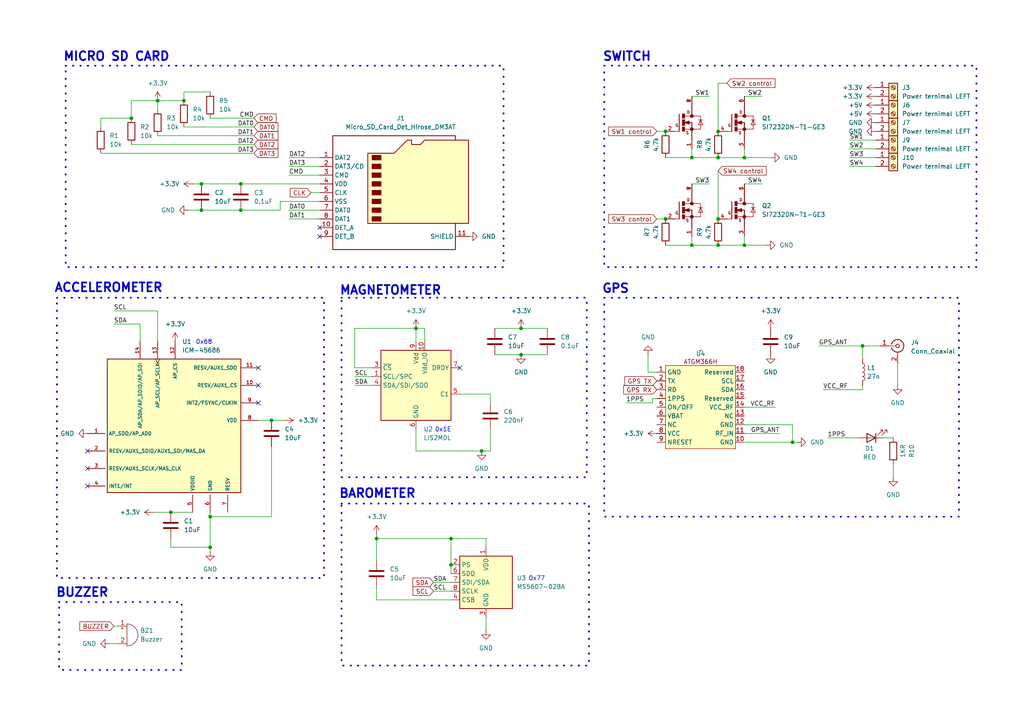
<source format=kicad_sch>
(kicad_sch (version 20250114) (generator "eeschema") (generator_version "9.0")
  (paper "A4")
  (lib_symbols
    (symbol "Connector:Conn_Coaxial" (pin_names (offset 1.016) (hide yes))
      (property "Reference" "J" (at 0.254 3.048 0))
      (property "Value" "Conn_Coaxial" (at 2.921 0 90))
      (symbol "Conn_Coaxial_1_1"
        (pin passive line (at -5.08 0 0) (length 2.54) (name "In") (number "1"))
        (pin passive line (at 0 -5.08 90) (length 2.54) (name "Ext") (number "2"))
      )
    )
    (symbol "Connector:Micro_SD_Card_Det_Hirose_DM3AT"
      (property "Reference" "J" (at -16.51 17.78 0))
      (property "Value" "Micro_SD_Card_Det_Hirose_DM3AT" (at 16.51 17.78 0))
      (symbol "Micro_SD_Card_Det_Hirose_DM3AT_1_1"
        (pin bidirectional line (at -22.86 10.16 0) (length 3.81) (name "DAT2") (number "1"))
        (pin bidirectional line (at -22.86 7.62 0) (length 3.81) (name "DAT3/CD") (number "2"))
        (pin input line (at -22.86 5.08 0) (length 3.81) (name "CMD") (number "3"))
        (pin power_in line (at -22.86 2.54 0) (length 3.81) (name "VDD") (number "4"))
        (pin input line (at -22.86 0 0) (length 3.81) (name "CLK") (number "5"))
        (pin power_in line (at -22.86 -2.54 0) (length 3.81) (name "VSS") (number "6"))
        (pin bidirectional line (at -22.86 -5.08 0) (length 3.81) (name "DAT0") (number "7"))
        (pin bidirectional line (at -22.86 -7.62 0) (length 3.81) (name "DAT1") (number "8"))
        (pin passive line (at -22.86 -10.16 0) (length 3.81) (name "DET_A") (number "10"))
        (pin passive line (at -22.86 -12.7 0) (length 3.81) (name "DET_B") (number "9"))
        (pin passive line (at 20.32 -12.7 180) (length 3.81) (name "SHIELD") (number "11"))
      )
    )
    (symbol "Connector:Screw_Terminal_01x02" (pin_names (offset 1.016) (hide yes))
      (property "Reference" "J" (at 0 2.54 0))
      (property "Value" "Screw_Terminal_01x02" (at 0 -5.08 0))
      (symbol "Screw_Terminal_01x02_1_1"
        (pin passive line (at -5.08 0 0) (length 3.81) (name "Pin_1") (number "1"))
        (pin passive line (at -5.08 -2.54 0) (length 3.81) (name "Pin_2") (number "2"))
      )
    )
    (symbol "Device:Buzzer" (pin_names (offset 0.0254) (hide yes))
      (property "Reference" "BZ" (at 3.81 1.27 0))
      (property "Value" "Buzzer" (at 3.81 -1.27 0))
      (symbol "Buzzer_1_1"
        (pin passive line (at -2.54 2.54 0) (length 2.54) (name "+") (number "1"))
        (pin passive line (at -2.54 -2.54 0) (length 2.54) (name "-") (number "2"))
      )
    )
    (symbol "Device:C" (pin_numbers (hide yes)) (pin_names (offset 0.254))
      (property "Reference" "C" (at 0.635 2.54 0))
      (property "Value" "C" (at 0.635 -2.54 0))
      (symbol "C_1_1"
        (pin passive line (at 0 3.81 270) (length 2.794) (name "~") (number "1"))
        (pin passive line (at 0 -3.81 90) (length 2.794) (name "~") (number "2"))
      )
    )
    (symbol "Device:L" (pin_numbers (hide yes)) (pin_names (offset 1.016) (hide yes))
      (property "Reference" "L" (at -1.27 0 90))
      (property "Value" "L" (at 1.905 0 90))
      (symbol "L_1_1"
        (pin passive line (at 0 3.81 270) (length 1.27) (name "1") (number "1"))
        (pin passive line (at 0 -3.81 90) (length 1.27) (name "2") (number "2"))
      )
    )
    (symbol "Device:LED" (pin_numbers (hide yes)) (pin_names (offset 1.016) (hide yes))
      (property "Reference" "D" (at 0 2.54 0))
      (property "Value" "LED" (at 0 -2.54 0))
      (symbol "LED_1_1"
        (pin passive line (at -3.81 0 0) (length 2.54) (name "K") (number "1"))
        (pin passive line (at 3.81 0 180) (length 2.54) (name "A") (number "2"))
      )
    )
    (symbol "Device:R" (pin_numbers (hide yes)) (pin_names (offset 0))
      (property "Reference" "R" (at 2.032 0 90))
      (property "Value" "R" (at 0 0 90))
      (symbol "R_1_1"
        (pin passive line (at 0 3.81 270) (length 1.27) (name "~") (number "1"))
        (pin passive line (at 0 -3.81 90) (length 1.27) (name "~") (number "2"))
      )
    )
    (symbol "ICM-45686:ICM-45686" (pin_names (offset 1.016))
      (property "Reference" "U3" (at 7.0994 19.05 0))
      (property "Value" "ICM-45686" (at 7.0994 16.51 0))
      (symbol "ICM-45686_0_0"
        (pin bidirectional line (at -20.32 -7.62 0) (length 5.08) (name "AP_SDO/AP_AD0") (number "1"))
        (pin bidirectional line (at -20.32 -12.7 0) (length 5.08) (name "RESV/AUX1_SDIO/AUX1_SDI/MAS_DA") (number "2"))
        (pin bidirectional line (at -20.32 -17.78 0) (length 5.08) (name "RESV/AUX1_SCLK/MAS_CLK") (number "3"))
        (pin output line (at -20.32 -22.86 0) (length 5.08) (name "INT1/INT") (number "4"))
        (pin bidirectional line (at -5.08 19.05 270) (length 5.08) (name "AP_SDA/AP_SDIO/AP_SDI") (number "14"))
        (pin input clock (at 0 19.05 270) (length 5.08) (name "AP_SCL/AP_SCLK") (number "13"))
        (pin input line (at 5.08 19.05 270) (length 5.08) (name "AP_CS") (number "12"))
        (pin power_in line (at 10.16 -30.48 90) (length 5.08) (name "VDDIO") (number "5"))
        (pin power_in line (at 15.24 -30.48 90) (length 5.08) (name "GND") (number "6"))
        (pin passive line (at 20.32 -30.48 90) (length 5.08) (name "RESV") (number "7"))
        (pin output line (at 29.21 11.43 180) (length 5.08) (name "RESV/AUX1_SDO") (number "11"))
        (pin input line (at 29.21 6.35 180) (length 5.08) (name "RESV/AUX1_CS") (number "10"))
        (pin bidirectional line (at 29.21 1.27 180) (length 5.08) (name "INT2/FSYNC/CLKIN") (number "9"))
        (pin power_in line (at 29.21 -3.81 180) (length 5.08) (name "VDD") (number "8"))
      )
    )
    (symbol "SI7232DN-T1-GE3:SI7232DN-T1-GE3" (pin_names (offset 1.016))
      (property "Reference" "Q" (at 12.7101 2.542 0))
      (property "Value" "SI7232DN-T1-GE3" (at 12.7037 -2.5408 0))
      (symbol "SI7232DN-T1-GE3_0_0"
        (text "G" (at -12.4565 -1.2711 0) (effects (font (size 0.8135 0.8135)) (justify left bottom)))
        (text "S" (at -9.4009 -3.4301 0) (effects (font (size 0.8131 0.8131)) (justify left bottom)))
        (text "D" (at -9.1498 2.5416 0) (effects (font (size 0.8133 0.8133)) (justify left bottom)))
        (text "G" (at 2.7985 -1.272 0) (effects (font (size 0.8141 0.8141)) (justify left bottom)))
        (text "S" (at 5.8527 -3.4353 0) (effects (font (size 0.8143 0.8143)) (justify left bottom)))
        (text "D" (at 6.0997 2.5415 0) (effects (font (size 0.8133 0.8133)) (justify left bottom)))
        (pin passive line (at -15.24 -2.54 0) (length 2.54) (name "~") (number "2"))
        (pin passive line (at -7.62 7.62 270) (length 2.54) (name "~") (number "7"))
        (pin passive line (at -7.62 7.62 270) (length 2.54) (name "~") (number "8"))
        (pin passive line (at -7.62 -7.62 90) (length 2.54) (name "~") (number "1"))
        (pin passive line (at 0 -2.54 0) (length 2.54) (name "~") (number "4"))
        (pin passive line (at 7.62 7.62 270) (length 2.54) (name "~") (number "5"))
        (pin passive line (at 7.62 7.62 270) (length 2.54) (name "~") (number "6"))
        (pin passive line (at 7.62 -7.62 90) (length 2.54) (name "~") (number "3"))
      )
    )
    (symbol "Sensor_Magnetic:LIS2MDL"
      (property "Reference" "U" (at -8.89 11.43 0))
      (property "Value" "LIS2MDL" (at 7.62 11.43 0))
      (symbol "LIS2MDL_1_1"
        (pin input line (at -12.7 5.08 0) (length 2.54) (name "~{CS}") (number "3"))
        (pin input line (at -12.7 2.54 0) (length 2.54) (name "SCL/SPC") (number "1"))
        (pin bidirectional line (at -12.7 0 0) (length 2.54) (name "SDA/SDI/SDO") (number "4"))
        (pin no_connect line (at -10.16 -5.08 0) (length 2.54) (hide yes) (name "NC") (number "2"))
        (pin no_connect line (at -10.16 -7.62 0) (length 2.54) (hide yes) (name "NC") (number "11"))
        (pin power_in line (at 0 12.7 270) (length 2.54) (name "Vdd") (number "9"))
        (pin power_in line (at 0 -12.7 90) (length 2.54) (name "GND") (number "6"))
        (pin passive line (at 0 -12.7 90) (length 2.54) (hide yes) (name "GND") (number "8"))
        (pin power_in line (at 2.54 12.7 270) (length 2.54) (name "Vdd_IO") (number "10"))
        (pin no_connect line (at 10.16 -7.62 180) (length 2.54) (hide yes) (name "NC") (number "12"))
        (pin output line (at 12.7 5.08 180) (length 2.54) (name "DRDY") (number "7"))
        (pin power_out line (at 12.7 -2.54 180) (length 2.54) (name "C1") (number "5"))
      )
    )
    (symbol "Sensor_Pressure:MS5607-02BA"
      (property "Reference" "U" (at -6.35 8.89 0))
      (property "Value" "MS5607-02BA" (at 7.62 8.89 0))
      (symbol "MS5607-02BA_1_1"
        (pin input line (at -10.16 5.08 0) (length 2.54) (name "PS") (number "2"))
        (pin output line (at -10.16 2.54 0) (length 2.54) (name "SDO") (number "6"))
        (pin bidirectional line (at -10.16 0 0) (length 2.54) (name "SDI/SDA") (number "7"))
        (pin input line (at -10.16 -2.54 0) (length 2.54) (name "SCLK") (number "8"))
        (pin input line (at -10.16 -5.08 0) (length 2.54) (name "CSB") (number "4"))
        (pin input line (at -10.16 -5.08 0) (length 2.54) (hide yes) (name "CSB") (number "5"))
        (pin power_in line (at 0 10.16 270) (length 2.54) (name "VDD") (number "1"))
        (pin power_in line (at 0 -10.16 90) (length 2.54) (name "GND") (number "3"))
      )
    )
    (symbol "gnss:atgm336h"
      (property "Reference" "U" (at -0.254 15.24 0))
      (symbol "atgm336h_1_1"
        (text "ATGM366H\n" (at 0 13.208 0) (effects (font (size 1.27 1.27))))
        (pin input line (at -12.7 10.16 0) (length 2.54) (name "GND") (number "1"))
        (pin input line (at -12.7 7.62 0) (length 2.54) (name "TX") (number "2"))
        (pin input line (at -12.7 5.08 0) (length 2.54) (name "RD") (number "3"))
        (pin input line (at -12.7 2.54 0) (length 2.54) (name "1PPS") (number "4"))
        (pin input line (at -12.7 0 0) (length 2.54) (name "ON/OFF") (number "5"))
        (pin input line (at -12.7 -2.54 0) (length 2.54) (name "VBAT") (number "6"))
        (pin input line (at -12.7 -5.08 0) (length 2.54) (name "NC") (number "7"))
        (pin input line (at -12.7 -7.62 0) (length 2.54) (name "VCC") (number "8"))
        (pin input line (at -12.7 -10.16 0) (length 2.54) (name "NRESET") (number "9"))
        (pin input line (at 12.7 10.16 180) (length 2.54) (name "Reserved") (number "18"))
        (pin input line (at 12.7 7.62 180) (length 2.54) (name "SCL") (number "17"))
        (pin input line (at 12.7 5.08 180) (length 2.54) (name "SDA") (number "16"))
        (pin input line (at 12.7 2.54 180) (length 2.54) (name "Reserved") (number "15"))
        (pin input line (at 12.7 0 180) (length 2.54) (name "VCC_RF") (number "14"))
        (pin input line (at 12.7 -2.54 180) (length 2.54) (name "NC") (number "13"))
        (pin input line (at 12.7 -5.08 180) (length 2.54) (name "GND") (number "12"))
        (pin input line (at 12.7 -7.62 180) (length 2.54) (name "RF_IN") (number "11"))
        (pin input line (at 12.7 -10.16 180) (length 2.54) (name "GND") (number "10"))
      )
    )
    (symbol "power:+3.3V" (power) (pin_numbers (hide yes)) (pin_names (offset 0) (hide yes))
      (property "Value" "+3.3V" (at 0 3.556 0))
      (symbol "+3.3V_1_1"
        (pin power_in line (at 0 0 90) (length 0) (name "~") (number "1"))
      )
    )
    (symbol "power:+5V" (power) (pin_numbers (hide yes)) (pin_names (offset 0) (hide yes))
      (property "Value" "+5V" (at 0 3.556 0))
      (symbol "+5V_1_1"
        (pin power_in line (at 0 0 90) (length 0) (name "~") (number "1"))
      )
    )
    (symbol "power:GND" (power) (pin_numbers (hide yes)) (pin_names (offset 0) (hide yes))
      (property "Value" "GND" (at 0 -3.81 0))
      (symbol "GND_1_1"
        (pin power_in line (at 0 0 270) (length 0) (name "~") (number "1"))
      )
    )
  )
  (rectangle (start 16.51 86.36) (end 93.98 167.64) (stroke (width 0.508) (type dot)))
  (rectangle (start 19.05 19.05) (end 146.05 77.47) (stroke (width 0.508) (type dot)))
  (rectangle (start 175.26 86.36) (end 278.13 149.86) (stroke (width 0.508) (type dot)))
  (rectangle (start 175.26 19.05) (end 283.21 77.47) (stroke (width 0.508) (type dot)))
  (rectangle (start 17.145 174.625) (end 52.705 194.31) (stroke (width 0.508) (type dot)))
  (rectangle (start 99.06 146.05) (end 170.815 193.04) (stroke (width 0.508) (type dot)))
  (rectangle (start 99.06 86.36) (end 170.18 138.43) (stroke (width 0.508) (type dot)))
  (text "MICRO SD CARD" (at 33.782 16.51 0) (effects (font (size 2.54 2.54) (thickness 0.508) (bold yes))))
  (text "MAGNETOMETER" (at 113.284 84.328 0) (effects (font (size 2.54 2.54) (thickness 0.508) (bold yes))))
  (text "GPS" (at 178.562 83.82 0) (effects (font (size 2.54 2.54) (thickness 0.508) (bold yes))))
  (text "SWITCH" (at 181.864 16.51 0) (effects (font (size 2.54 2.54) (thickness 0.508) (bold yes))))
  (text "0x68" (at 59.182 99.314 0) (effects (font (size 1.27 1.27))))
  (text "0x1E" (at 128.524 124.714 0) (effects (font (size 1.27 1.27))))
  (text "BUZZER" (at 23.876 171.958 0) (effects (font (size 2.54 2.54) (thickness 0.508) (bold yes))))
  (text "BAROMETER" (at 109.474 143.256 0) (effects (font (size 2.54 2.54) (thickness 0.508) (bold yes))))
  (text "0x77" (at 155.702 167.894 0) (effects (font (size 1.27 1.27))))
  (text "ACCELEROMETER\n" (at 31.496 83.566 0) (effects (font (size 2.54 2.54) (thickness 0.508) (bold yes))))
  (junction (at 130.81 163.83))
  (junction (at 215.9 71.12))
  (junction (at 200.66 71.12))
  (junction (at 53.34 29.21))
  (junction (at 49.53 148.59))
  (junction (at 193.04 63.5))
  (junction (at 250.19 100.33))
  (junction (at 208.28 71.12))
  (junction (at 151.13 95.25))
  (junction (at 60.96 149.86))
  (junction (at 200.66 45.72))
  (junction (at 215.9 45.72))
  (junction (at 69.85 53.34))
  (junction (at 208.28 38.1))
  (junction (at 151.13 102.87))
  (junction (at 58.42 53.34))
  (junction (at 69.85 60.96))
  (junction (at 60.96 158.75))
  (junction (at 45.72 29.21))
  (junction (at 208.28 63.5))
  (junction (at 139.7 130.81))
  (junction (at 109.22 156.21))
  (junction (at 229.87 128.27))
  (junction (at 193.04 38.1))
  (junction (at 38.1 34.29))
  (junction (at 130.81 156.21))
  (junction (at 120.65 95.25))
  (junction (at 58.42 60.96))
  (junction (at 78.74 121.92))
  (junction (at 208.28 45.72))
  (no_connect (at 25.4 140.97))
  (no_connect (at 25.4 135.89))
  (no_connect (at 74.93 116.84))
  (no_connect (at 92.71 66.04))
  (no_connect (at 25.4 130.81))
  (no_connect (at 74.93 106.68))
  (no_connect (at 92.71 68.58))
  (no_connect (at 133.35 106.68))
  (no_connect (at 74.93 111.76))
  (wire (pts (xy 200.66 71.12) (xy 200.66 68.58)))
  (wire (pts (xy 240.03 127) (xy 248.92 127)))
  (wire (pts (xy 193.04 45.72) (xy 200.66 45.72)))
  (wire (pts (xy 215.9 71.12) (xy 222.25 71.12)))
  (wire (pts (xy 208.28 45.72) (xy 215.9 45.72)))
  (wire (pts (xy 38.1 29.21) (xy 38.1 34.29)))
  (wire (pts (xy 190.5 63.5) (xy 193.04 63.5)))
  (wire (pts (xy 58.42 53.34) (xy 69.85 53.34)))
  (wire (pts (xy 83.82 60.96) (xy 92.71 60.96)))
  (wire (pts (xy 123.19 95.25) (xy 123.19 99.06)))
  (wire (pts (xy 259.08 134.62) (xy 259.08 138.43)))
  (wire (pts (xy 189.23 115.57) (xy 190.5 115.57)))
  (wire (pts (xy 53.34 26.67) (xy 53.34 29.21)))
  (wire (pts (xy 49.53 158.75) (xy 60.96 158.75)))
  (wire (pts (xy 102.87 106.68) (xy 102.87 95.25)))
  (wire (pts (xy 109.22 156.21) (xy 109.22 162.56)))
  (wire (pts (xy 189.23 116.84) (xy 189.23 115.57)))
  (wire (pts (xy 237.49 100.33) (xy 250.19 100.33)))
  (wire (pts (xy 215.9 125.73) (xy 226.06 125.73)))
  (wire (pts (xy 238.76 113.03) (xy 250.19 113.03)))
  (wire (pts (xy 29.21 34.29) (xy 38.1 34.29)))
  (wire (pts (xy 193.04 71.12) (xy 200.66 71.12)))
  (wire (pts (xy 29.21 44.45) (xy 73.66 44.45)))
  (wire (pts (xy 53.34 36.83) (xy 73.66 36.83)))
  (wire (pts (xy 187.96 102.87) (xy 187.96 107.95)))
  (wire (pts (xy 125.73 168.91) (xy 130.81 168.91)))
  (wire (pts (xy 120.65 95.25) (xy 120.65 99.06)))
  (wire (pts (xy 143.51 95.25) (xy 151.13 95.25)))
  (wire (pts (xy 187.96 107.95) (xy 190.5 107.95)))
  (wire (pts (xy 45.72 29.21) (xy 53.34 29.21)))
  (wire (pts (xy 33.02 93.98) (xy 40.64 93.98)))
  (wire (pts (xy 215.9 45.72) (xy 223.52 45.72)))
  (wire (pts (xy 250.19 100.33) (xy 250.19 104.14)))
  (wire (pts (xy 107.95 106.68) (xy 102.87 106.68)))
  (wire (pts (xy 158.75 95.25) (xy 151.13 95.25)))
  (wire (pts (xy 109.22 156.21) (xy 130.81 156.21)))
  (wire (pts (xy 246.38 45.72) (xy 254 45.72)))
  (wire (pts (xy 200.66 45.72) (xy 200.66 43.18)))
  (wire (pts (xy 120.65 130.81) (xy 139.7 130.81)))
  (wire (pts (xy 130.81 156.21) (xy 140.97 156.21)))
  (wire (pts (xy 102.87 109.22) (xy 107.95 109.22)))
  (wire (pts (xy 60.96 158.75) (xy 60.96 160.02)))
  (wire (pts (xy 142.24 116.84) (xy 142.24 114.3)))
  (wire (pts (xy 200.66 53.34) (xy 205.74 53.34)))
  (wire (pts (xy 44.45 148.59) (xy 49.53 148.59)))
  (wire (pts (xy 200.66 27.94) (xy 205.74 27.94)))
  (wire (pts (xy 74.93 121.92) (xy 78.74 121.92)))
  (wire (pts (xy 200.66 71.12) (xy 208.28 71.12)))
  (wire (pts (xy 142.24 114.3) (xy 133.35 114.3)))
  (wire (pts (xy 45.72 29.21) (xy 38.1 29.21)))
  (wire (pts (xy 215.9 45.72) (xy 215.9 43.18)))
  (wire (pts (xy 215.9 53.34) (xy 220.98 53.34)))
  (wire (pts (xy 246.38 48.26) (xy 254 48.26)))
  (wire (pts (xy 256.54 127) (xy 259.08 127)))
  (wire (pts (xy 69.85 60.96) (xy 81.28 60.96)))
  (wire (pts (xy 208.28 71.12) (xy 215.9 71.12)))
  (wire (pts (xy 60.96 26.67) (xy 53.34 26.67)))
  (wire (pts (xy 130.81 163.83) (xy 130.81 156.21)))
  (wire (pts (xy 158.75 102.87) (xy 151.13 102.87)))
  (wire (pts (xy 90.17 55.88) (xy 92.71 55.88)))
  (wire (pts (xy 120.65 124.46) (xy 120.65 130.81)))
  (wire (pts (xy 83.82 45.72) (xy 92.71 45.72)))
  (wire (pts (xy 33.02 90.17) (xy 45.72 90.17)))
  (wire (pts (xy 181.61 116.84) (xy 189.23 116.84)))
  (wire (pts (xy 45.72 31.75) (xy 45.72 29.21)))
  (wire (pts (xy 229.87 123.19) (xy 229.87 128.27)))
  (wire (pts (xy 224.79 118.11) (xy 215.9 118.11)))
  (wire (pts (xy 78.74 121.92) (xy 82.55 121.92)))
  (wire (pts (xy 140.97 156.21) (xy 140.97 158.75)))
  (wire (pts (xy 231.14 128.27) (xy 229.87 128.27)))
  (wire (pts (xy 260.35 105.41) (xy 260.35 111.76)))
  (wire (pts (xy 78.74 149.86) (xy 60.96 149.86)))
  (wire (pts (xy 60.96 148.59) (xy 60.96 149.86)))
  (wire (pts (xy 190.5 38.1) (xy 193.04 38.1)))
  (wire (pts (xy 81.28 60.96) (xy 81.28 58.42)))
  (wire (pts (xy 246.38 43.18) (xy 254 43.18)))
  (wire (pts (xy 109.22 173.99) (xy 109.22 170.18)))
  (wire (pts (xy 83.82 48.26) (xy 92.71 48.26)))
  (wire (pts (xy 102.87 95.25) (xy 120.65 95.25)))
  (wire (pts (xy 140.97 182.88) (xy 140.97 179.07)))
  (wire (pts (xy 102.87 111.76) (xy 107.95 111.76)))
  (wire (pts (xy 49.53 156.21) (xy 49.53 158.75)))
  (wire (pts (xy 208.28 49.53) (xy 208.28 63.5)))
  (wire (pts (xy 208.28 38.1) (xy 208.28 24.13)))
  (wire (pts (xy 215.9 71.12) (xy 215.9 68.58)))
  (wire (pts (xy 60.96 34.29) (xy 73.66 34.29)))
  (wire (pts (xy 83.82 63.5) (xy 92.71 63.5)))
  (wire (pts (xy 200.66 45.72) (xy 208.28 45.72)))
  (wire (pts (xy 109.22 154.94) (xy 109.22 156.21)))
  (wire (pts (xy 215.9 123.19) (xy 229.87 123.19)))
  (wire (pts (xy 215.9 27.94) (xy 220.98 27.94)))
  (wire (pts (xy 31.75 186.69) (xy 34.29 186.69)))
  (wire (pts (xy 58.42 60.96) (xy 69.85 60.96)))
  (wire (pts (xy 54.61 60.96) (xy 58.42 60.96)))
  (wire (pts (xy 33.02 181.61) (xy 34.29 181.61)))
  (wire (pts (xy 250.19 113.03) (xy 250.19 111.76)))
  (wire (pts (xy 125.73 171.45) (xy 130.81 171.45)))
  (wire (pts (xy 130.81 166.37) (xy 130.81 163.83)))
  (wire (pts (xy 83.82 50.8) (xy 92.71 50.8)))
  (wire (pts (xy 60.96 149.86) (xy 60.96 158.75)))
  (wire (pts (xy 45.72 99.06) (xy 45.72 90.17)))
  (wire (pts (xy 40.64 99.06) (xy 40.64 93.98)))
  (wire (pts (xy 250.19 100.33) (xy 255.27 100.33)))
  (wire (pts (xy 38.1 41.91) (xy 73.66 41.91)))
  (wire (pts (xy 208.28 24.13) (xy 210.82 24.13)))
  (wire (pts (xy 139.7 130.81) (xy 142.24 130.81)))
  (wire (pts (xy 142.24 130.81) (xy 142.24 124.46)))
  (wire (pts (xy 49.53 148.59) (xy 55.88 148.59)))
  (wire (pts (xy 130.81 173.99) (xy 109.22 173.99)))
  (wire (pts (xy 120.65 95.25) (xy 123.19 95.25)))
  (wire (pts (xy 45.72 39.37) (xy 73.66 39.37)))
  (wire (pts (xy 29.21 36.83) (xy 29.21 34.29)))
  (wire (pts (xy 78.74 129.54) (xy 78.74 149.86)))
  (wire (pts (xy 69.85 53.34) (xy 92.71 53.34)))
  (wire (pts (xy 81.28 58.42) (xy 92.71 58.42)))
  (wire (pts (xy 246.38 40.64) (xy 254 40.64)))
  (wire (pts (xy 229.87 128.27) (xy 215.9 128.27)))
  (wire (pts (xy 55.88 53.34) (xy 58.42 53.34)))
  (wire (pts (xy 143.51 102.87) (xy 151.13 102.87)))
  (label "SW2" (at 220.98 27.94 180))
  (label "DAT2" (at 73.66 41.91 180))
  (label "GPS_ANT" (at 226.06 125.73 180))
  (label "DAT3" (at 73.66 44.45 180))
  (label "SCL" (at 125.73 171.45 0))
  (label "VCC_RF" (at 238.76 113.03 0))
  (label "VCC_RF" (at 224.79 118.11 180))
  (label "CMD" (at 83.82 50.8 0))
  (label "1PPS" (at 181.61 116.84 0))
  (label "SW4" (at 220.98 53.34 180))
  (label "SDA" (at 125.73 168.91 0))
  (label "SW2" (at 246.38 43.18 0))
  (label "DAT2" (at 83.82 45.72 0))
  (label "SCL" (at 102.87 109.22 0))
  (label "DAT1" (at 83.82 63.5 0))
  (label "GPS_ANT" (at 237.49 100.33 0))
  (label "CMD" (at 73.66 34.29 180))
  (label "SCL" (at 33.02 90.17 0))
  (label "SW3" (at 246.38 45.72 0))
  (label "DAT0" (at 83.82 60.96 0))
  (label "1PPS" (at 240.03 127 0))
  (label "DAT0" (at 73.66 36.83 180))
  (label "SW1" (at 246.38 40.64 0))
  (label "SW3" (at 205.74 53.34 180))
  (label "SW4" (at 246.38 48.26 0))
  (label "DAT3" (at 83.82 48.26 0))
  (label "SDA" (at 102.87 111.76 0))
  (label "SW1" (at 205.74 27.94 180))
  (label "SDA" (at 33.02 93.98 0))
  (label "DAT1" (at 73.66 39.37 180))
  (global_label "GPS TX" (shape input) (at 190.5 110.49 180) (property "Intersheetrefs" "${INTERSHEET_REFS}" (effects (hide yes))))
  (global_label "SDA" (shape input) (at 125.73 168.91 180) (property "Intersheetrefs" "${INTERSHEET_REFS}" (effects (hide yes))))
  (global_label "DAT3" (shape input) (at 73.66 44.45 0) (property "Intersheetrefs" "${INTERSHEET_REFS}" (effects (hide yes))))
  (global_label "SW1 control" (shape input) (at 190.5 38.1 180) (property "Intersheetrefs" "${INTERSHEET_REFS}" (effects (hide yes))))
  (global_label "GPS RX" (shape input) (at 190.5 113.03 180) (property "Intersheetrefs" "${INTERSHEET_REFS}" (effects (hide yes))))
  (global_label "CLK" (shape input) (at 90.17 55.88 180) (property "Intersheetrefs" "${INTERSHEET_REFS}" (effects (hide yes))))
  (global_label "DAT1" (shape input) (at 73.66 39.37 0) (property "Intersheetrefs" "${INTERSHEET_REFS}" (effects (hide yes))))
  (global_label "DAT2" (shape input) (at 73.66 41.91 0) (property "Intersheetrefs" "${INTERSHEET_REFS}" (effects (hide yes))))
  (global_label "SCL" (shape input) (at 125.73 171.45 180) (property "Intersheetrefs" "${INTERSHEET_REFS}" (effects (hide yes))))
  (global_label "BUZZER" (shape input) (at 33.02 181.61 180) (property "Intersheetrefs" "${INTERSHEET_REFS}" (effects (hide yes))))
  (global_label "SW3 control" (shape input) (at 190.5 63.5 180) (property "Intersheetrefs" "${INTERSHEET_REFS}" (effects (hide yes))))
  (global_label "SW4 control" (shape input) (at 208.28 49.53 0) (property "Intersheetrefs" "${INTERSHEET_REFS}" (effects (hide yes))))
  (global_label "DAT0" (shape input) (at 73.66 36.83 0) (property "Intersheetrefs" "${INTERSHEET_REFS}" (effects (hide yes))))
  (global_label "SW2 control" (shape input) (at 210.82 24.13 0) (property "Intersheetrefs" "${INTERSHEET_REFS}" (effects (hide yes))))
  (global_label "CMD" (shape input) (at 73.66 34.29 0) (property "Intersheetrefs" "${INTERSHEET_REFS}" (effects (hide yes))))
  (symbol (lib_id "Connector:Screw_Terminal_01x02") (at 259.08 30.48 0) (unit 1)
    (property "Reference" "J6" (at 261.62 30.4799 0) (effects (justify left)))
    (property "Value" "Power ternimal LEFT" (at 261.62 33.0199 0) (effects (justify left)))
    (property "Footprint" "TerminalBlock:TerminalBlock_MaiXu_MX126-5.0-02P_1x02_P5.00mm" (effects (hide yes)))
    (property "Description" "Generic screw terminal, single row, 01x02, script generated (kicad-library-utils/schlib/autogen/connector/)" (effects (hide yes)))
  )
  (symbol (lib_id "power:+3.3V") (at 254 27.94 90) (unit 1)
    (property "Reference" "#PWR044" (effects (hide yes)))
    (property "Value" "+3.3V" (at 250.19 27.9399 90) (effects (justify left)))
    (property "Description" "Power symbol creates a global label with name \"+3.3V\"" (effects (hide yes)))
  )
  (symbol (lib_id "Connector:Conn_Coaxial") (at 260.35 100.33 0) (unit 1)
    (property "Reference" "J4" (at 264.16 99.3531 0) (effects (justify left)))
    (property "Value" "Conn_Coaxial" (at 264.16 101.8931 0) (effects (justify left)))
    (property "Footprint" "Connector_Coaxial:U.FL_Molex_MCRF_73412-0110_Vertical" (effects (hide yes)))
    (property "Description" "coaxial connector (BNC, SMA, SMB, SMC, Cinch/RCA, LEMO, ...)" (effects (hide yes)))
  )
  (symbol (lib_id "power:+3.3V") (at 82.55 121.92 270) (unit 1)
    (property "Reference" "#PWR013" (effects (hide yes)))
    (property "Value" "+3.3V" (at 86.36 121.9199 90) (effects (justify left)))
    (property "Description" "Power symbol creates a global label with name \"+3.3V\"" (effects (hide yes)))
  )
  (symbol (lib_id "power:+3.3V") (at 223.52 95.25 0) (unit 1)
    (property "Reference" "#PWR025" (effects (hide yes)))
    (property "Value" "+3.3V" (at 223.52 90.17 0))
    (property "Description" "Power symbol creates a global label with name \"+3.3V\"" (effects (hide yes)))
  )
  (symbol (lib_id "power:+3.3V") (at 254 25.4 90) (unit 1)
    (property "Reference" "#PWR043" (effects (hide yes)))
    (property "Value" "+3.3V" (at 250.19 25.3999 90) (effects (justify left)))
    (property "Description" "Power symbol creates a global label with name \"+3.3V\"" (effects (hide yes)))
  )
  (symbol (lib_id "Device:C") (at 158.75 99.06 0) (unit 1)
    (property "Reference" "C8" (at 162.56 97.7899 0) (effects (justify left)))
    (property "Value" "0.1uF" (at 162.56 100.3299 0) (effects (justify left)))
    (property "Footprint" "Capacitor_SMD:C_0603_1608Metric" (effects (hide yes)))
    (property "Description" "Unpolarized capacitor" (effects (hide yes)))
    (property "JLCPCB Part #（optional）" "C1525" (effects (hide yes)))
  )
  (symbol (lib_id "power:+5V") (at 254 30.48 90) (unit 1)
    (property "Reference" "#PWR045" (effects (hide yes)))
    (property "Value" "+5V" (at 250.19 30.4799 90) (effects (justify left)))
    (property "Description" "Power symbol creates a global label with name \"+5V\"" (effects (hide yes)))
  )
  (symbol (lib_id "Device:C") (at 143.51 99.06 0) (unit 1)
    (property "Reference" "C7" (at 147.32 97.7899 0) (effects (justify left)))
    (property "Value" "10uF" (at 147.32 100.3299 0) (effects (justify left)))
    (property "Footprint" "Capacitor_SMD:C_0603_1608Metric" (effects (hide yes)))
    (property "Description" "Unpolarized capacitor" (effects (hide yes)))
    (property "JLCPCB Part #（optional）" "C1525" (effects (hide yes)))
  )
  (symbol (lib_id "Device:L") (at 250.19 107.95 0) (unit 1)
    (property "Reference" "L1" (at 251.46 106.6799 0) (effects (justify left)))
    (property "Value" "27n" (at 251.46 109.2199 0) (effects (justify left)))
    (property "Footprint" "Inductor_SMD:L_0603_1608Metric" (effects (hide yes)))
    (property "Description" "Inductor" (effects (hide yes)))
  )
  (symbol (lib_id "power:+3.3V") (at 50.8 99.06 0) (unit 1)
    (property "Reference" "#PWR09" (effects (hide yes)))
    (property "Value" "+3.3V" (at 50.8 93.98 0))
    (property "Description" "Power symbol creates a global label with name \"+3.3V\"" (effects (hide yes)))
  )
  (symbol (lib_id "Device:R") (at 193.04 67.31 180) (unit 1)
    (property "Reference" "R7" (at 187.706 67.31 90))
    (property "Value" "4.7k" (at 190.246 67.31 90))
    (property "Footprint" "Resistor_SMD:R_0603_1608Metric" (effects (hide yes)))
    (property "Description" "Resistor" (effects (hide yes)))
  )
  (symbol (lib_id "power:+3.3V") (at 44.45 148.59 90) (unit 1)
    (property "Reference" "#PWR07" (effects (hide yes)))
    (property "Value" "+3.3V" (at 40.64 148.5899 90) (effects (justify left)))
    (property "Description" "Power symbol creates a global label with name \"+3.3V\"" (effects (hide yes)))
  )
  (symbol (lib_id "Device:C") (at 109.22 166.37 0) (unit 1)
    (property "Reference" "C5" (at 113.03 165.0999 0) (effects (justify left)))
    (property "Value" "10uF" (at 113.03 167.6399 0) (effects (justify left)))
    (property "Footprint" "Capacitor_SMD:C_0603_1608Metric" (effects (hide yes)))
    (property "Description" "Unpolarized capacitor" (effects (hide yes)))
    (property "JLCPCB Part #（optional）" "C1525" (effects (hide yes)))
  )
  (symbol (lib_id "power:+3.3V") (at 109.22 154.94 0) (unit 1)
    (property "Reference" "#PWR014" (effects (hide yes)))
    (property "Value" "+3.3V" (at 109.22 149.86 0))
    (property "Description" "Power symbol creates a global label with name \"+3.3V\"" (effects (hide yes)))
  )
  (symbol (lib_id "power:GND") (at 260.35 111.76 0) (unit 1)
    (property "Reference" "#PWR031" (effects (hide yes)))
    (property "Value" "GND" (at 260.35 116.84 0))
    (property "Description" "Power symbol creates a global label with name \"GND\" , ground" (effects (hide yes)))
  )
  (symbol (lib_id "Device:R") (at 60.96 30.48 0) (unit 1)
    (property "Reference" "R5" (at 63.5 29.2099 0) (effects (justify left)))
    (property "Value" "10k" (at 63.5 31.7499 0) (effects (justify left)))
    (property "Footprint" "Resistor_SMD:R_0603_1608Metric" (effects (hide yes)))
    (property "Description" "Resistor" (effects (hide yes)))
  )
  (symbol (lib_id "power:GND") (at 139.7 130.81 0) (unit 1)
    (property "Reference" "#PWR017" (effects (hide yes)))
    (property "Value" "GND" (at 139.7 135.89 0))
    (property "Description" "Power symbol creates a global label with name \"GND\" , ground" (effects (hide yes)))
  )
  (symbol (lib_id "Device:R") (at 208.28 67.31 180) (unit 1)
    (property "Reference" "R9" (at 202.946 67.31 90))
    (property "Value" "4.7k" (at 205.486 67.31 90))
    (property "Footprint" "Resistor_SMD:R_0603_1608Metric" (effects (hide yes)))
    (property "Description" "Resistor" (effects (hide yes)))
  )
  (symbol (lib_id "power:GND") (at 259.08 138.43 0) (unit 1)
    (property "Reference" "#PWR030" (effects (hide yes)))
    (property "Value" "GND" (at 259.08 143.51 0))
    (property "Description" "Power symbol creates a global label with name \"GND\" , ground" (effects (hide yes)))
  )
  (symbol (lib_id "power:+3.3V") (at 55.88 53.34 90) (unit 1)
    (property "Reference" "#PWR011" (effects (hide yes)))
    (property "Value" "+3.3V" (at 52.07 53.3399 90) (effects (justify left)))
    (property "Description" "Power symbol creates a global label with name \"+3.3V\"" (effects (hide yes)))
  )
  (symbol (lib_id "Connector:Micro_SD_Card_Det_Hirose_DM3AT") (at 115.57 55.88 0) (unit 1)
    (property "Reference" "J1" (at 116.205 34.29 0))
    (property "Value" "Micro_SD_Card_Det_Hirose_DM3AT" (at 116.205 36.83 0))
    (property "Footprint" "Connector_Card:microSD_HC_Molex_104031-0811" (effects (hide yes)))
    (property "Datasheet" "https://www.hirose.com/product/en/download_file/key_name/DM3/category/Catalog/doc_file_id/49662/?file_category_id=4&item_id=195&is_series=1" (effects (hide yes)))
    (property "Description" "Micro SD Card Socket with card detection pins" (effects (hide yes)))
    (property "JLCPCB Part #（optional）" "C585350" (effects (hide yes)))
  )
  (symbol (lib_id "Device:Buzzer") (at 36.83 184.15 0) (unit 1)
    (property "Reference" "BZ1" (at 40.64 182.8799 0) (effects (justify left)))
    (property "Value" "Buzzer" (at 40.64 185.4199 0) (effects (justify left)))
    (property "Footprint" "Buzzer_Beeper:Buzzer_Mallory_AST1240MLQ" (effects (hide yes)))
    (property "Description" "Buzzer, polarized" (effects (hide yes)))
  )
  (symbol (lib_id "power:GND") (at 54.61 60.96 270) (unit 1)
    (property "Reference" "#PWR010" (effects (hide yes)))
    (property "Value" "GND" (at 50.8 60.9599 90) (effects (justify right)))
    (property "Description" "Power symbol creates a global label with name \"GND\" , ground" (effects (hide yes)))
  )
  (symbol (lib_id "power:GND") (at 223.52 102.87 0) (unit 1)
    (property "Reference" "#PWR026" (effects (hide yes)))
    (property "Value" "GND" (at 223.52 107.95 0))
    (property "Description" "Power symbol creates a global label with name \"GND\" , ground" (effects (hide yes)))
  )
  (symbol (lib_id "power:GND") (at 140.97 182.88 0) (unit 1)
    (property "Reference" "#PWR018" (effects (hide yes)))
    (property "Value" "GND" (at 140.97 187.96 0))
    (property "Description" "Power symbol creates a global label with name \"GND\" , ground" (effects (hide yes)))
  )
  (symbol (lib_id "power:+3.3V") (at 190.5 125.73 90) (unit 1)
    (property "Reference" "#PWR022" (effects (hide yes)))
    (property "Value" "+3.3V" (at 186.69 125.7299 90) (effects (justify left)))
    (property "Description" "Power symbol creates a global label with name \"+3.3V\"" (effects (hide yes)))
  )
  (symbol (lib_id "Device:C") (at 69.85 57.15 0) (unit 1)
    (property "Reference" "C3" (at 73.66 55.8799 0) (effects (justify left)))
    (property "Value" "0.1uF" (at 73.66 58.4199 0) (effects (justify left)))
    (property "Footprint" "Capacitor_SMD:C_0603_1608Metric" (effects (hide yes)))
    (property "Description" "Unpolarized capacitor" (effects (hide yes)))
  )
  (symbol (lib_id "Device:C") (at 78.74 125.73 0) (unit 1)
    (property "Reference" "C4" (at 82.55 124.4599 0) (effects (justify left)))
    (property "Value" "10uF" (at 82.55 126.9999 0) (effects (justify left)))
    (property "Footprint" "Capacitor_SMD:C_0603_1608Metric" (effects (hide yes)))
    (property "Description" "Unpolarized capacitor" (effects (hide yes)))
    (property "JLCPCB Part #（optional）" "C1525" (effects (hide yes)))
  )
  (symbol (lib_id "Device:C") (at 223.52 99.06 0) (unit 1)
    (property "Reference" "C9" (at 227.33 97.7899 0) (effects (justify left)))
    (property "Value" "10uF" (at 227.33 100.3299 0) (effects (justify left)))
    (property "Footprint" "Capacitor_SMD:C_0603_1608Metric" (effects (hide yes)))
    (property "Description" "Unpolarized capacitor" (effects (hide yes)))
    (property "JLCPCB Part #（optional）" "C1525" (effects (hide yes)))
  )
  (symbol (lib_id "power:GND") (at 231.14 128.27 90) (unit 1)
    (property "Reference" "#PWR027" (effects (hide yes)))
    (property "Value" "GND" (at 234.95 128.2699 90) (effects (justify right)))
    (property "Description" "Power symbol creates a global label with name \"GND\" , ground" (effects (hide yes)))
  )
  (symbol (lib_id "power:+5V") (at 254 33.02 90) (unit 1)
    (property "Reference" "#PWR046" (effects (hide yes)))
    (property "Value" "+5V" (at 250.19 33.0199 90) (effects (justify left)))
    (property "Description" "Power symbol creates a global label with name \"+5V\"" (effects (hide yes)))
  )
  (symbol (lib_id "Device:R") (at 45.72 35.56 0) (unit 1)
    (property "Reference" "R3" (at 48.26 34.2899 0) (effects (justify left)))
    (property "Value" "10k" (at 48.26 36.8299 0) (effects (justify left)))
    (property "Footprint" "Resistor_SMD:R_0603_1608Metric" (effects (hide yes)))
    (property "Description" "Resistor" (effects (hide yes)))
  )
  (symbol (lib_id "Device:R") (at 193.04 41.91 180) (unit 1)
    (property "Reference" "R6" (at 187.706 41.91 90))
    (property "Value" "4.7k" (at 190.246 41.91 90))
    (property "Footprint" "Resistor_SMD:R_0603_1608Metric" (effects (hide yes)))
    (property "Description" "Resistor" (effects (hide yes)))
  )
  (symbol (lib_id "power:GND") (at 254 35.56 270) (unit 1)
    (property "Reference" "#PWR029" (effects (hide yes)))
    (property "Value" "GND" (at 250.19 35.5599 90) (effects (justify right)))
    (property "Description" "Power symbol creates a global label with name \"GND\" , ground" (effects (hide yes)))
  )
  (symbol (lib_id "Device:R") (at 29.21 40.64 0) (unit 1)
    (property "Reference" "R1" (at 31.75 39.3699 0) (effects (justify left)))
    (property "Value" "10k" (at 31.75 41.9099 0) (effects (justify left)))
    (property "Footprint" "Resistor_SMD:R_0603_1608Metric" (effects (hide yes)))
    (property "Description" "Resistor" (effects (hide yes)))
  )
  (symbol (lib_id "power:GND") (at 187.96 102.87 180) (unit 1)
    (property "Reference" "#PWR021" (effects (hide yes)))
    (property "Value" "GND" (at 187.96 97.79 0))
    (property "Description" "Power symbol creates a global label with name \"GND\" , ground" (effects (hide yes)))
  )
  (symbol (lib_id "power:+3.3V") (at 45.72 29.21 0) (unit 1)
    (property "Reference" "#PWR08" (effects (hide yes)))
    (property "Value" "+3.3V" (at 45.72 24.13 0))
    (property "Description" "Power symbol creates a global label with name \"+3.3V\"" (effects (hide yes)))
  )
  (symbol (lib_id "Device:C") (at 58.42 57.15 0) (unit 1)
    (property "Reference" "C2" (at 62.23 55.8799 0) (effects (justify left)))
    (property "Value" "10uF" (at 62.23 58.4199 0) (effects (justify left)))
    (property "Footprint" "Capacitor_SMD:C_0603_1608Metric" (effects (hide yes)))
    (property "Description" "Unpolarized capacitor" (effects (hide yes)))
  )
  (symbol (lib_id "SI7232DN-T1-GE3:SI7232DN-T1-GE3") (at 208.28 60.96 0) (unit 1)
    (property "Reference" "Q2" (at 220.98 59.6899 0) (effects (justify left)))
    (property "Value" "SI7232DN-T1-GE3" (at 220.98 62.2299 0) (effects (justify left)))
    (property "Footprint" "mosfet_custom:mosfet_custom" (effects (hide yes)))
    (property "MF" "Vishay" (effects (hide yes)))
    (property "Description_1" "\n                        \n                            SI7232DN-T1-GE3 Dual N-channel MOSFET Transistor,24 A,20V,8-Pin PowerPAK 1212 | Siliconix / Vishay SI7232DN-T1-GE3\n                        \n" (effects (hide yes)))
    (property "Package" "PowerPAK®-1212 Vishay Siliconix" (effects (hide yes)))
    (property "Price" "None" (effects (hide yes)))
    (property "Check_prices" "https://www.snapeda.com/parts/SI7232DN-T1-GE3/Vishay+Siliconix/view-part/?ref=eda" (effects (hide yes)))
    (property "SnapEDA_Link" "https://www.snapeda.com/parts/SI7232DN-T1-GE3/Vishay+Siliconix/view-part/?ref=snap" (effects (hide yes)))
    (property "MP" "SI7232DN-T1-GE3" (effects (hide yes)))
    (property "Availability" "In Stock" (effects (hide yes)))
    (property "MANUFACTURER" "Vishay" (effects (hide yes)))
  )
  (symbol (lib_id "SI7232DN-T1-GE3:SI7232DN-T1-GE3") (at 208.28 35.56 0) (unit 1)
    (property "Reference" "Q1" (at 220.98 34.2899 0) (effects (justify left)))
    (property "Value" "SI7232DN-T1-GE3" (at 220.98 36.8299 0) (effects (justify left)))
    (property "Footprint" "mosfet_custom:mosfet_custom" (effects (hide yes)))
    (property "MF" "Vishay" (effects (hide yes)))
    (property "Description_1" "\n                        \n                            SI7232DN-T1-GE3 Dual N-channel MOSFET Transistor,24 A,20V,8-Pin PowerPAK 1212 | Siliconix / Vishay SI7232DN-T1-GE3\n                        \n" (effects (hide yes)))
    (property "Package" "PowerPAK®-1212 Vishay Siliconix" (effects (hide yes)))
    (property "Price" "None" (effects (hide yes)))
    (property "Check_prices" "https://www.snapeda.com/parts/SI7232DN-T1-GE3/Vishay+Siliconix/view-part/?ref=eda" (effects (hide yes)))
    (property "SnapEDA_Link" "https://www.snapeda.com/parts/SI7232DN-T1-GE3/Vishay+Siliconix/view-part/?ref=snap" (effects (hide yes)))
    (property "MP" "SI7232DN-T1-GE3" (effects (hide yes)))
    (property "Availability" "In Stock" (effects (hide yes)))
    (property "MANUFACTURER" "Vishay" (effects (hide yes)))
  )
  (symbol (lib_id "Device:R") (at 38.1 38.1 0) (unit 1)
    (property "Reference" "R2" (at 40.64 36.8299 0) (effects (justify left)))
    (property "Value" "10k" (at 40.64 39.3699 0) (effects (justify left)))
    (property "Footprint" "Resistor_SMD:R_0603_1608Metric" (effects (hide yes)))
    (property "Description" "Resistor" (effects (hide yes)))
  )
  (symbol (lib_id "power:GND") (at 60.96 160.02 0) (unit 1)
    (property "Reference" "#PWR012" (effects (hide yes)))
    (property "Value" "GND" (at 60.96 165.1 0))
    (property "Description" "Power symbol creates a global label with name \"GND\" , ground" (effects (hide yes)))
  )
  (symbol (lib_id "power:+3.3V") (at 120.65 95.25 0) (unit 1)
    (property "Reference" "#PWR015" (effects (hide yes)))
    (property "Value" "+3.3V" (at 120.65 90.17 0))
    (property "Description" "Power symbol creates a global label with name \"+3.3V\"" (effects (hide yes)))
  )
  (symbol (lib_id "Device:R") (at 208.28 41.91 180) (unit 1)
    (property "Reference" "R8" (at 202.946 41.91 90))
    (property "Value" "4.7k" (at 205.486 41.91 90))
    (property "Footprint" "Resistor_SMD:R_0603_1608Metric" (effects (hide yes)))
    (property "Description" "Resistor" (effects (hide yes)))
  )
  (symbol (lib_id "Connector:Screw_Terminal_01x02") (at 259.08 35.56 0) (unit 1)
    (property "Reference" "J7" (at 261.62 35.5599 0) (effects (justify left)))
    (property "Value" "Power ternimal LEFT" (at 261.62 38.0999 0) (effects (justify left)))
    (property "Footprint" "TerminalBlock:TerminalBlock_MaiXu_MX126-5.0-02P_1x02_P5.00mm" (effects (hide yes)))
    (property "Description" "Generic screw terminal, single row, 01x02, script generated (kicad-library-utils/schlib/autogen/connector/)" (effects (hide yes)))
  )
  (symbol (lib_id "ICM-45686:ICM-45686") (at 45.72 118.11 0) (unit 1)
    (property "Reference" "U1" (at 52.8194 99.06 0) (effects (justify left)))
    (property "Value" "ICM-45686" (at 52.8194 101.6 0) (effects (justify left)))
    (property "Footprint" "Package_LGA:LGA-14_3x2.5mm_P0.5mm_LayoutBorder3x4y" (effects (hide yes)))
    (property "MF" "TDK InvenSense" (effects (hide yes)))
    (property "MAXIMUM_PACKAGE_HEIGHT" "0.86mm" (effects (hide yes)))
    (property "Package" "Package" (effects (hide yes)))
    (property "Price" "None" (effects (hide yes)))
    (property "Check_prices" "https://www.snapeda.com/parts/ICM-45686/TDK/view-part/?ref=eda" (effects (hide yes)))
    (property "STANDARD" "Manufacturer Recommendations" (effects (hide yes)))
    (property "PARTREV" "0.2" (effects (hide yes)))
    (property "SnapEDA_Link" "https://www.snapeda.com/parts/ICM-45686/TDK/view-part/?ref=snap" (effects (hide yes)))
    (property "MP" "ICM-45686" (effects (hide yes)))
    (property "Description_1" "\n                        \n                            Accelerometer, Gyroscope, 6 Axis Sensor I2C, I3C, SPI Output\n                        \n" (effects (hide yes)))
    (property "Availability" "In Stock" (effects (hide yes)))
    (property "MANUFACTURER" "TDK InvenSense" (effects (hide yes)))
  )
  (symbol (lib_id "Device:LED") (at 252.73 127 180) (unit 1)
    (property "Reference" "D1" (at 252.222 130.048 0))
    (property "Value" "RED" (at 252.222 132.588 0))
    (property "Footprint" "LED_SMD:LED_0603_1608Metric_Pad1.05x0.95mm_HandSolder" (effects (hide yes)))
    (property "Description" "Light emitting diode" (effects (hide yes)))
  )
  (symbol (lib_id "power:GND") (at 222.25 71.12 90) (unit 1)
    (property "Reference" "#PWR023" (effects (hide yes)))
    (property "Value" "GND" (at 226.06 71.1199 90) (effects (justify right)))
    (property "Description" "Power symbol creates a global label with name \"GND\" , ground" (effects (hide yes)))
  )
  (symbol (lib_id "Connector:Screw_Terminal_01x02") (at 259.08 45.72 0) (unit 1)
    (property "Reference" "J10" (at 261.62 45.7199 0) (effects (justify left)))
    (property "Value" "Power ternimal LEFT" (at 261.62 48.2599 0) (effects (justify left)))
    (property "Footprint" "TerminalBlock:TerminalBlock_MaiXu_MX126-5.0-02P_1x02_P5.00mm" (effects (hide yes)))
    (property "Description" "Generic screw terminal, single row, 01x02, script generated (kicad-library-utils/schlib/autogen/connector/)" (effects (hide yes)))
  )
  (symbol (lib_id "Device:C") (at 142.24 120.65 0) (unit 1)
    (property "Reference" "C6" (at 146.05 119.3799 0) (effects (justify left)))
    (property "Value" "220nF" (at 146.05 121.9199 0) (effects (justify left)))
    (property "Footprint" "Capacitor_SMD:C_0603_1608Metric" (effects (hide yes)))
    (property "Description" "Unpolarized capacitor" (effects (hide yes)))
    (property "JLCPCB Part #（optional）" "C1525" (effects (hide yes)))
  )
  (symbol (lib_id "power:GND") (at 25.4 125.73 270) (unit 1)
    (property "Reference" "#PWR05" (effects (hide yes)))
    (property "Value" "GND" (at 21.59 125.7299 90) (effects (justify right)))
    (property "Description" "Power symbol creates a global label with name \"GND\" , ground" (effects (hide yes)))
  )
  (symbol (lib_id "Device:R") (at 53.34 33.02 0) (unit 1)
    (property "Reference" "R4" (at 55.88 31.7499 0) (effects (justify left)))
    (property "Value" "10k" (at 55.88 34.2899 0) (effects (justify left)))
    (property "Footprint" "Resistor_SMD:R_0603_1608Metric" (effects (hide yes)))
    (property "Description" "Resistor" (effects (hide yes)))
  )
  (symbol (lib_id "Device:C") (at 49.53 152.4 0) (unit 1)
    (property "Reference" "C1" (at 53.34 151.1299 0) (effects (justify left)))
    (property "Value" "10uF" (at 53.34 153.6699 0) (effects (justify left)))
    (property "Footprint" "Capacitor_SMD:C_0603_1608Metric" (effects (hide yes)))
    (property "Description" "Unpolarized capacitor" (effects (hide yes)))
    (property "JLCPCB Part #（optional）" "C1525" (effects (hide yes)))
  )
  (symbol (lib_id "power:GND") (at 151.13 102.87 0) (unit 1)
    (property "Reference" "#PWR020" (effects (hide yes)))
    (property "Value" "GND" (at 151.13 107.95 0))
    (property "Description" "Power symbol creates a global label with name \"GND\" , ground" (effects (hide yes)))
  )
  (symbol (lib_id "Connector:Screw_Terminal_01x02") (at 259.08 40.64 0) (unit 1)
    (property "Reference" "J9" (at 261.62 40.6399 0) (effects (justify left)))
    (property "Value" "Power ternimal LEFT" (at 261.62 43.1799 0) (effects (justify left)))
    (property "Footprint" "TerminalBlock:TerminalBlock_MaiXu_MX126-5.0-02P_1x02_P5.00mm" (effects (hide yes)))
    (property "Description" "Generic screw terminal, single row, 01x02, script generated (kicad-library-utils/schlib/autogen/connector/)" (effects (hide yes)))
  )
  (symbol (lib_id "Device:R") (at 259.08 130.81 0) (unit 1)
    (property "Reference" "R10" (at 264.414 130.81 90))
    (property "Value" "1KR" (at 261.874 130.81 90))
    (property "Footprint" "Resistor_SMD:R_0603_1608Metric" (effects (hide yes)))
    (property "Description" "Resistor" (effects (hide yes)))
  )
  (symbol (lib_id "power:GND") (at 135.89 68.58 90) (unit 1)
    (property "Reference" "#PWR016" (effects (hide yes)))
    (property "Value" "GND" (at 139.7 68.5799 90) (effects (justify right)))
    (property "Description" "Power symbol creates a global label with name \"GND\" , ground" (effects (hide yes)))
  )
  (symbol (lib_id "Connector:Screw_Terminal_01x02") (at 259.08 25.4 0) (unit 1)
    (property "Reference" "J3" (at 261.62 25.3999 0) (effects (justify left)))
    (property "Value" "Power ternimal LEFT" (at 261.62 27.9399 0) (effects (justify left)))
    (property "Footprint" "TerminalBlock:TerminalBlock_MaiXu_MX126-5.0-02P_1x02_P5.00mm" (effects (hide yes)))
    (property "Description" "Generic screw terminal, single row, 01x02, script generated (kicad-library-utils/schlib/autogen/connector/)" (effects (hide yes)))
  )
  (symbol (lib_id "Sensor_Pressure:MS5607-02BA") (at 140.97 168.91 0) (unit 1)
    (property "Reference" "U3" (at 149.86 167.6399 0) (effects (justify left)))
    (property "Value" "MS5607-02BA" (at 149.86 170.1799 0) (effects (justify left)))
    (property "Footprint" "Package_LGA:LGA-8_3x5mm_P1.25mm" (effects (hide yes)))
    (property "Datasheet" "https://www.te.com/commerce/DocumentDelivery/DDEController?Action=showdoc&DocId=Data+Sheet%7FMS5607-02BA03%7FB2%7Fpdf%7FEnglish%7FENG_DS_MS5607-02BA03_B2.pdf%7FCAT-BLPS0035" (effects (hide yes)))
    (property "Description" "Barometric pressure sensor, 20cm resolution, 10 to 1200 mbar, I2C and SPI interface up to 20MHz, LGA-8" (effects (hide yes)))
  )
  (symbol (lib_id "power:+3.3V") (at 151.13 95.25 0) (unit 1)
    (property "Reference" "#PWR019" (effects (hide yes)))
    (property "Value" "+3.3V" (at 151.13 90.17 0))
    (property "Description" "Power symbol creates a global label with name \"+3.3V\"" (effects (hide yes)))
  )
  (symbol (lib_id "Sensor_Magnetic:LIS2MDL") (at 120.65 111.76 0) (unit 1)
    (property "Reference" "U2" (at 122.8441 124.46 0) (effects (justify left)))
    (property "Value" "LIS2MDL" (at 122.8441 127 0) (effects (justify left)))
    (property "Footprint" "Package_LGA:LGA-12_2x2mm_P0.5mm" (effects (hide yes)))
    (property "Datasheet" "https://www.st.com/resource/en/datasheet/lis2mdl.pdf" (effects (hide yes)))
    (property "Description" "Ultra-low-power, 3-axis digital output magnetometer, LGA-12" (effects (hide yes)))
  )
  (symbol (lib_id "power:GND") (at 254 38.1 270) (unit 1)
    (property "Reference" "#PWR047" (effects (hide yes)))
    (property "Value" "GND" (at 250.19 38.0999 90) (effects (justify right)))
    (property "Description" "Power symbol creates a global label with name \"GND\" , ground" (effects (hide yes)))
  )
  (symbol (lib_id "gnss:atgm336h") (at 203.2 118.11 0) (unit 1)
    (property "Reference" "U4" (at 203.2 102.616 0))
    (property "Value" "~" (at 203.2 101.6 0))
    (property "Footprint" "gnss atgm336H:ATGM336h" (effects (hide yes)))
  )
  (symbol (lib_id "power:GND") (at 31.75 186.69 270) (unit 1)
    (property "Reference" "#PWR06" (effects (hide yes)))
    (property "Value" "GND" (at 27.94 186.6899 90) (effects (justify right)))
    (property "Description" "Power symbol creates a global label with name \"GND\" , ground" (effects (hide yes)))
  )
  (symbol (lib_id "power:GND") (at 223.52 45.72 90) (unit 1)
    (property "Reference" "#PWR024" (effects (hide yes)))
    (property "Value" "GND" (at 227.33 45.7199 90) (effects (justify right)))
    (property "Description" "Power symbol creates a global label with name \"GND\" , ground" (effects (hide yes)))
  )
)
</source>
